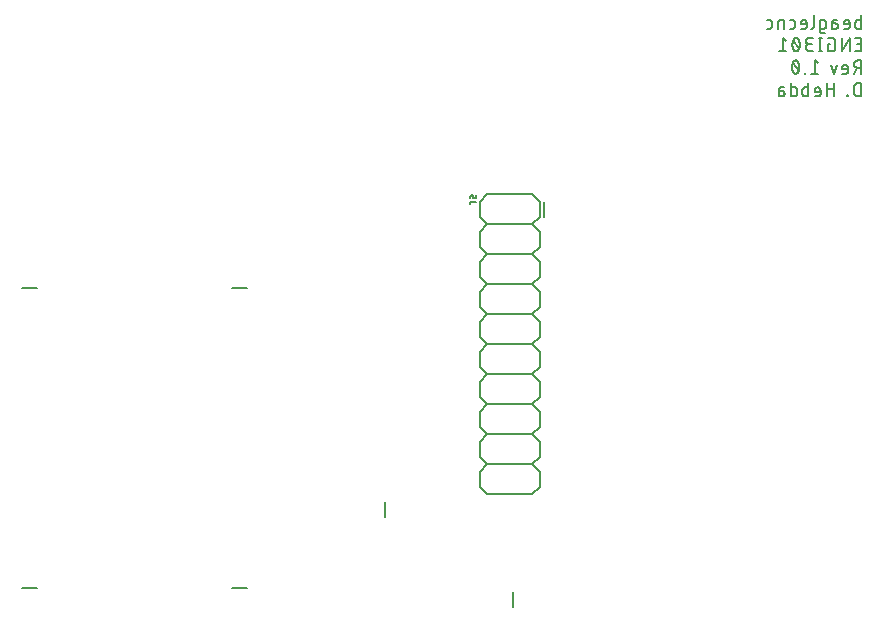
<source format=gbr>
G04 EAGLE Gerber RS-274X export*
G75*
%MOMM*%
%FSLAX34Y34*%
%LPD*%
%INSilkscreen Bottom*%
%IPPOS*%
%AMOC8*
5,1,8,0,0,1.08239X$1,22.5*%
G01*
%ADD10C,0.152400*%
%ADD11C,0.203200*%
%ADD12C,0.127000*%


D10*
X800721Y515112D02*
X805688Y515112D01*
X805688Y526288D01*
X800721Y526288D01*
X801963Y521321D02*
X805688Y521321D01*
X795810Y526288D02*
X795810Y515112D01*
X789601Y515112D02*
X795810Y526288D01*
X789601Y526288D02*
X789601Y515112D01*
X779272Y521321D02*
X777409Y521321D01*
X777409Y515112D01*
X781135Y515112D01*
X781233Y515114D01*
X781330Y515120D01*
X781427Y515129D01*
X781524Y515143D01*
X781620Y515160D01*
X781715Y515181D01*
X781809Y515205D01*
X781903Y515234D01*
X781995Y515266D01*
X782086Y515301D01*
X782175Y515340D01*
X782263Y515383D01*
X782349Y515429D01*
X782433Y515478D01*
X782515Y515531D01*
X782595Y515586D01*
X782673Y515645D01*
X782748Y515707D01*
X782821Y515772D01*
X782891Y515840D01*
X782959Y515910D01*
X783024Y515983D01*
X783086Y516058D01*
X783145Y516136D01*
X783200Y516216D01*
X783253Y516298D01*
X783302Y516382D01*
X783348Y516468D01*
X783391Y516556D01*
X783430Y516645D01*
X783465Y516736D01*
X783497Y516828D01*
X783526Y516922D01*
X783550Y517016D01*
X783571Y517111D01*
X783588Y517207D01*
X783602Y517304D01*
X783611Y517401D01*
X783617Y517499D01*
X783619Y517596D01*
X783618Y517596D02*
X783618Y523804D01*
X783619Y523804D02*
X783617Y523902D01*
X783611Y523999D01*
X783602Y524096D01*
X783588Y524193D01*
X783571Y524289D01*
X783550Y524384D01*
X783526Y524478D01*
X783497Y524572D01*
X783465Y524664D01*
X783430Y524755D01*
X783391Y524844D01*
X783348Y524932D01*
X783302Y525018D01*
X783253Y525102D01*
X783200Y525184D01*
X783145Y525264D01*
X783086Y525342D01*
X783024Y525417D01*
X782959Y525490D01*
X782891Y525560D01*
X782821Y525628D01*
X782748Y525693D01*
X782673Y525755D01*
X782595Y525814D01*
X782515Y525869D01*
X782433Y525922D01*
X782349Y525971D01*
X782263Y526017D01*
X782175Y526060D01*
X782086Y526099D01*
X781995Y526134D01*
X781903Y526166D01*
X781809Y526195D01*
X781715Y526219D01*
X781620Y526240D01*
X781524Y526257D01*
X781427Y526271D01*
X781330Y526280D01*
X781233Y526286D01*
X781135Y526288D01*
X777409Y526288D01*
X770989Y526288D02*
X770989Y515112D01*
X772231Y515112D02*
X769747Y515112D01*
X769747Y526288D02*
X772231Y526288D01*
X764949Y515112D02*
X761845Y515112D01*
X761734Y515114D01*
X761624Y515120D01*
X761513Y515130D01*
X761403Y515144D01*
X761294Y515161D01*
X761185Y515183D01*
X761077Y515208D01*
X760971Y515238D01*
X760865Y515271D01*
X760760Y515308D01*
X760657Y515348D01*
X760556Y515393D01*
X760456Y515440D01*
X760357Y515492D01*
X760261Y515547D01*
X760167Y515605D01*
X760075Y515666D01*
X759985Y515731D01*
X759897Y515799D01*
X759812Y515870D01*
X759730Y515944D01*
X759650Y516021D01*
X759573Y516101D01*
X759499Y516183D01*
X759428Y516268D01*
X759360Y516356D01*
X759295Y516446D01*
X759234Y516538D01*
X759176Y516632D01*
X759121Y516728D01*
X759069Y516827D01*
X759022Y516927D01*
X758977Y517028D01*
X758937Y517131D01*
X758900Y517236D01*
X758867Y517342D01*
X758837Y517448D01*
X758812Y517556D01*
X758790Y517665D01*
X758773Y517774D01*
X758759Y517884D01*
X758749Y517995D01*
X758743Y518105D01*
X758741Y518216D01*
X758743Y518327D01*
X758749Y518437D01*
X758759Y518548D01*
X758773Y518658D01*
X758790Y518767D01*
X758812Y518876D01*
X758837Y518984D01*
X758867Y519090D01*
X758900Y519196D01*
X758937Y519301D01*
X758977Y519404D01*
X759022Y519505D01*
X759069Y519605D01*
X759121Y519704D01*
X759176Y519800D01*
X759234Y519894D01*
X759295Y519986D01*
X759360Y520076D01*
X759428Y520164D01*
X759499Y520249D01*
X759573Y520331D01*
X759650Y520411D01*
X759730Y520488D01*
X759812Y520562D01*
X759897Y520633D01*
X759985Y520701D01*
X760075Y520766D01*
X760167Y520827D01*
X760261Y520885D01*
X760357Y520940D01*
X760456Y520992D01*
X760556Y521039D01*
X760657Y521084D01*
X760760Y521124D01*
X760865Y521161D01*
X760971Y521194D01*
X761077Y521224D01*
X761185Y521249D01*
X761294Y521271D01*
X761403Y521288D01*
X761513Y521302D01*
X761624Y521312D01*
X761734Y521318D01*
X761845Y521320D01*
X761224Y526288D02*
X764949Y526288D01*
X761224Y526288D02*
X761125Y526286D01*
X761027Y526280D01*
X760928Y526270D01*
X760831Y526257D01*
X760733Y526239D01*
X760637Y526218D01*
X760541Y526192D01*
X760447Y526163D01*
X760354Y526131D01*
X760262Y526094D01*
X760172Y526054D01*
X760083Y526010D01*
X759996Y525963D01*
X759911Y525913D01*
X759829Y525859D01*
X759748Y525802D01*
X759670Y525742D01*
X759594Y525678D01*
X759521Y525612D01*
X759450Y525543D01*
X759382Y525471D01*
X759318Y525396D01*
X759256Y525319D01*
X759197Y525240D01*
X759142Y525158D01*
X759089Y525074D01*
X759041Y524989D01*
X758995Y524901D01*
X758953Y524811D01*
X758915Y524720D01*
X758881Y524628D01*
X758850Y524534D01*
X758823Y524439D01*
X758799Y524343D01*
X758780Y524246D01*
X758764Y524149D01*
X758752Y524051D01*
X758744Y523952D01*
X758740Y523853D01*
X758740Y523755D01*
X758744Y523656D01*
X758752Y523557D01*
X758764Y523459D01*
X758780Y523362D01*
X758799Y523265D01*
X758823Y523169D01*
X758850Y523074D01*
X758881Y522980D01*
X758915Y522888D01*
X758953Y522797D01*
X758995Y522707D01*
X759041Y522619D01*
X759089Y522534D01*
X759142Y522450D01*
X759197Y522368D01*
X759256Y522289D01*
X759318Y522212D01*
X759382Y522137D01*
X759450Y522065D01*
X759521Y521996D01*
X759594Y521930D01*
X759670Y521866D01*
X759748Y521806D01*
X759829Y521749D01*
X759911Y521695D01*
X759996Y521645D01*
X760083Y521598D01*
X760172Y521554D01*
X760262Y521514D01*
X760354Y521477D01*
X760447Y521445D01*
X760541Y521416D01*
X760637Y521390D01*
X760733Y521369D01*
X760831Y521351D01*
X760928Y521338D01*
X761027Y521328D01*
X761125Y521322D01*
X761224Y521320D01*
X761224Y521321D02*
X763708Y521321D01*
X753519Y520700D02*
X753516Y520920D01*
X753509Y521140D01*
X753495Y521359D01*
X753477Y521578D01*
X753453Y521797D01*
X753425Y522015D01*
X753391Y522232D01*
X753352Y522448D01*
X753307Y522664D01*
X753258Y522878D01*
X753203Y523091D01*
X753144Y523303D01*
X753079Y523513D01*
X753009Y523721D01*
X752935Y523928D01*
X752855Y524133D01*
X752771Y524336D01*
X752682Y524537D01*
X752588Y524736D01*
X752555Y524825D01*
X752519Y524913D01*
X752479Y524999D01*
X752436Y525084D01*
X752389Y525166D01*
X752338Y525247D01*
X752285Y525325D01*
X752228Y525401D01*
X752168Y525475D01*
X752105Y525546D01*
X752040Y525615D01*
X751971Y525681D01*
X751900Y525743D01*
X751826Y525803D01*
X751750Y525860D01*
X751672Y525914D01*
X751591Y525964D01*
X751509Y526011D01*
X751424Y526054D01*
X751338Y526094D01*
X751250Y526131D01*
X751161Y526163D01*
X751071Y526192D01*
X750979Y526218D01*
X750887Y526239D01*
X750793Y526257D01*
X750699Y526270D01*
X750605Y526280D01*
X750510Y526286D01*
X750415Y526288D01*
X750320Y526286D01*
X750225Y526280D01*
X750131Y526270D01*
X750037Y526257D01*
X749943Y526239D01*
X749851Y526218D01*
X749759Y526192D01*
X749669Y526163D01*
X749580Y526131D01*
X749492Y526094D01*
X749406Y526054D01*
X749321Y526011D01*
X749239Y525964D01*
X749158Y525914D01*
X749080Y525860D01*
X749004Y525803D01*
X748930Y525743D01*
X748859Y525681D01*
X748790Y525615D01*
X748725Y525546D01*
X748662Y525475D01*
X748602Y525401D01*
X748545Y525325D01*
X748492Y525247D01*
X748441Y525166D01*
X748394Y525084D01*
X748351Y524999D01*
X748311Y524913D01*
X748275Y524825D01*
X748242Y524736D01*
X748241Y524736D02*
X748147Y524537D01*
X748058Y524336D01*
X747974Y524133D01*
X747894Y523928D01*
X747820Y523721D01*
X747750Y523513D01*
X747685Y523303D01*
X747626Y523091D01*
X747571Y522878D01*
X747522Y522664D01*
X747477Y522448D01*
X747438Y522232D01*
X747404Y522015D01*
X747376Y521797D01*
X747352Y521578D01*
X747334Y521359D01*
X747320Y521140D01*
X747313Y520920D01*
X747310Y520700D01*
X753519Y520700D02*
X753516Y520480D01*
X753509Y520260D01*
X753495Y520041D01*
X753477Y519822D01*
X753453Y519603D01*
X753425Y519385D01*
X753391Y519168D01*
X753352Y518952D01*
X753307Y518736D01*
X753258Y518522D01*
X753203Y518309D01*
X753144Y518098D01*
X753079Y517887D01*
X753009Y517679D01*
X752935Y517472D01*
X752855Y517267D01*
X752771Y517064D01*
X752682Y516863D01*
X752588Y516664D01*
X752555Y516575D01*
X752519Y516487D01*
X752479Y516401D01*
X752436Y516316D01*
X752389Y516234D01*
X752338Y516153D01*
X752285Y516075D01*
X752228Y515999D01*
X752168Y515925D01*
X752105Y515854D01*
X752040Y515785D01*
X751971Y515719D01*
X751900Y515657D01*
X751826Y515597D01*
X751750Y515540D01*
X751672Y515486D01*
X751591Y515436D01*
X751509Y515389D01*
X751424Y515346D01*
X751338Y515306D01*
X751250Y515269D01*
X751161Y515237D01*
X751071Y515208D01*
X750979Y515182D01*
X750887Y515161D01*
X750793Y515143D01*
X750699Y515130D01*
X750605Y515120D01*
X750510Y515114D01*
X750415Y515112D01*
X748241Y516664D02*
X748147Y516863D01*
X748058Y517064D01*
X747974Y517267D01*
X747894Y517472D01*
X747820Y517679D01*
X747750Y517887D01*
X747685Y518097D01*
X747626Y518309D01*
X747571Y518522D01*
X747522Y518736D01*
X747477Y518952D01*
X747438Y519168D01*
X747404Y519385D01*
X747376Y519603D01*
X747352Y519822D01*
X747334Y520041D01*
X747320Y520260D01*
X747313Y520480D01*
X747310Y520700D01*
X748242Y516664D02*
X748275Y516575D01*
X748311Y516487D01*
X748351Y516401D01*
X748394Y516316D01*
X748441Y516234D01*
X748492Y516153D01*
X748545Y516075D01*
X748602Y515999D01*
X748662Y515925D01*
X748725Y515854D01*
X748790Y515785D01*
X748859Y515719D01*
X748930Y515657D01*
X749004Y515597D01*
X749080Y515540D01*
X749158Y515486D01*
X749239Y515436D01*
X749321Y515389D01*
X749406Y515346D01*
X749492Y515306D01*
X749580Y515269D01*
X749669Y515237D01*
X749759Y515208D01*
X749851Y515182D01*
X749943Y515161D01*
X750037Y515143D01*
X750131Y515130D01*
X750225Y515120D01*
X750320Y515114D01*
X750415Y515112D01*
X752898Y517596D02*
X747931Y523804D01*
X742089Y523804D02*
X738985Y526288D01*
X738985Y515112D01*
X742089Y515112D02*
X735880Y515112D01*
X805688Y534162D02*
X805688Y545338D01*
X805688Y534162D02*
X802584Y534162D01*
X802500Y534164D01*
X802417Y534169D01*
X802334Y534179D01*
X802251Y534192D01*
X802169Y534209D01*
X802088Y534229D01*
X802008Y534253D01*
X801929Y534281D01*
X801852Y534312D01*
X801776Y534346D01*
X801701Y534384D01*
X801628Y534426D01*
X801558Y534470D01*
X801489Y534518D01*
X801422Y534568D01*
X801358Y534622D01*
X801297Y534678D01*
X801237Y534738D01*
X801181Y534799D01*
X801127Y534863D01*
X801077Y534930D01*
X801029Y534999D01*
X800985Y535069D01*
X800943Y535142D01*
X800905Y535217D01*
X800871Y535293D01*
X800840Y535370D01*
X800812Y535449D01*
X800788Y535529D01*
X800768Y535610D01*
X800751Y535692D01*
X800738Y535775D01*
X800728Y535858D01*
X800723Y535941D01*
X800721Y536025D01*
X800721Y539750D01*
X800723Y539834D01*
X800729Y539917D01*
X800738Y540000D01*
X800751Y540083D01*
X800768Y540165D01*
X800788Y540246D01*
X800812Y540326D01*
X800840Y540405D01*
X800871Y540482D01*
X800905Y540558D01*
X800943Y540633D01*
X800985Y540706D01*
X801029Y540776D01*
X801077Y540845D01*
X801127Y540912D01*
X801181Y540976D01*
X801237Y541037D01*
X801297Y541097D01*
X801358Y541153D01*
X801422Y541207D01*
X801489Y541257D01*
X801558Y541305D01*
X801628Y541349D01*
X801701Y541391D01*
X801776Y541429D01*
X801852Y541463D01*
X801929Y541494D01*
X802008Y541522D01*
X802088Y541546D01*
X802169Y541566D01*
X802251Y541583D01*
X802334Y541596D01*
X802417Y541606D01*
X802500Y541611D01*
X802584Y541613D01*
X805688Y541613D01*
X793993Y534162D02*
X790889Y534162D01*
X793993Y534162D02*
X794077Y534164D01*
X794160Y534170D01*
X794243Y534179D01*
X794326Y534192D01*
X794408Y534209D01*
X794489Y534229D01*
X794569Y534253D01*
X794648Y534281D01*
X794725Y534312D01*
X794801Y534346D01*
X794876Y534384D01*
X794949Y534426D01*
X795019Y534470D01*
X795088Y534518D01*
X795155Y534568D01*
X795219Y534622D01*
X795280Y534678D01*
X795340Y534738D01*
X795396Y534799D01*
X795450Y534863D01*
X795500Y534930D01*
X795548Y534999D01*
X795592Y535069D01*
X795634Y535142D01*
X795672Y535217D01*
X795706Y535293D01*
X795737Y535370D01*
X795765Y535449D01*
X795789Y535529D01*
X795809Y535610D01*
X795826Y535692D01*
X795839Y535775D01*
X795849Y535858D01*
X795854Y535941D01*
X795856Y536025D01*
X795856Y539129D01*
X795854Y539228D01*
X795848Y539326D01*
X795838Y539425D01*
X795825Y539522D01*
X795807Y539620D01*
X795786Y539716D01*
X795760Y539812D01*
X795731Y539906D01*
X795699Y539999D01*
X795662Y540091D01*
X795622Y540181D01*
X795578Y540270D01*
X795531Y540357D01*
X795481Y540442D01*
X795427Y540524D01*
X795370Y540605D01*
X795310Y540683D01*
X795246Y540759D01*
X795180Y540832D01*
X795111Y540903D01*
X795039Y540971D01*
X794964Y541035D01*
X794887Y541097D01*
X794808Y541156D01*
X794726Y541211D01*
X794642Y541264D01*
X794557Y541312D01*
X794469Y541358D01*
X794379Y541400D01*
X794288Y541438D01*
X794196Y541472D01*
X794102Y541503D01*
X794007Y541530D01*
X793911Y541554D01*
X793814Y541573D01*
X793717Y541589D01*
X793619Y541601D01*
X793520Y541609D01*
X793421Y541613D01*
X793323Y541613D01*
X793224Y541609D01*
X793125Y541601D01*
X793027Y541589D01*
X792930Y541573D01*
X792833Y541554D01*
X792737Y541530D01*
X792642Y541503D01*
X792548Y541472D01*
X792456Y541438D01*
X792365Y541400D01*
X792275Y541358D01*
X792187Y541312D01*
X792102Y541264D01*
X792018Y541211D01*
X791936Y541156D01*
X791857Y541097D01*
X791780Y541035D01*
X791705Y540971D01*
X791633Y540903D01*
X791564Y540832D01*
X791498Y540759D01*
X791434Y540683D01*
X791374Y540605D01*
X791317Y540524D01*
X791263Y540442D01*
X791213Y540357D01*
X791166Y540270D01*
X791122Y540181D01*
X791082Y540091D01*
X791045Y539999D01*
X791013Y539906D01*
X790984Y539812D01*
X790958Y539716D01*
X790937Y539620D01*
X790919Y539522D01*
X790906Y539425D01*
X790896Y539326D01*
X790890Y539228D01*
X790888Y539129D01*
X790889Y539129D02*
X790889Y537887D01*
X795856Y537887D01*
X783850Y538508D02*
X781056Y538508D01*
X783850Y538508D02*
X783942Y538506D01*
X784034Y538500D01*
X784126Y538490D01*
X784217Y538477D01*
X784308Y538459D01*
X784398Y538438D01*
X784486Y538413D01*
X784574Y538384D01*
X784660Y538351D01*
X784745Y538315D01*
X784828Y538275D01*
X784910Y538232D01*
X784989Y538185D01*
X785067Y538135D01*
X785142Y538082D01*
X785215Y538026D01*
X785286Y537966D01*
X785354Y537904D01*
X785419Y537839D01*
X785481Y537771D01*
X785541Y537700D01*
X785597Y537627D01*
X785650Y537552D01*
X785700Y537474D01*
X785747Y537395D01*
X785790Y537313D01*
X785830Y537230D01*
X785866Y537145D01*
X785899Y537059D01*
X785928Y536971D01*
X785953Y536883D01*
X785974Y536793D01*
X785992Y536702D01*
X786005Y536611D01*
X786015Y536519D01*
X786021Y536427D01*
X786023Y536335D01*
X786021Y536243D01*
X786015Y536151D01*
X786005Y536059D01*
X785992Y535968D01*
X785974Y535877D01*
X785953Y535787D01*
X785928Y535699D01*
X785899Y535611D01*
X785866Y535525D01*
X785830Y535440D01*
X785790Y535357D01*
X785747Y535275D01*
X785700Y535196D01*
X785650Y535118D01*
X785597Y535043D01*
X785541Y534970D01*
X785481Y534899D01*
X785419Y534831D01*
X785354Y534766D01*
X785286Y534704D01*
X785215Y534644D01*
X785142Y534588D01*
X785067Y534535D01*
X784989Y534485D01*
X784910Y534438D01*
X784828Y534395D01*
X784745Y534355D01*
X784660Y534319D01*
X784574Y534286D01*
X784486Y534257D01*
X784398Y534232D01*
X784308Y534211D01*
X784217Y534193D01*
X784126Y534180D01*
X784034Y534170D01*
X783942Y534164D01*
X783850Y534162D01*
X781056Y534162D01*
X781056Y539750D01*
X781058Y539834D01*
X781064Y539917D01*
X781073Y540000D01*
X781086Y540083D01*
X781103Y540165D01*
X781123Y540246D01*
X781147Y540326D01*
X781175Y540405D01*
X781206Y540482D01*
X781240Y540558D01*
X781278Y540633D01*
X781320Y540706D01*
X781364Y540776D01*
X781412Y540845D01*
X781462Y540912D01*
X781516Y540976D01*
X781572Y541037D01*
X781632Y541097D01*
X781693Y541153D01*
X781757Y541207D01*
X781824Y541257D01*
X781893Y541305D01*
X781963Y541349D01*
X782036Y541391D01*
X782111Y541429D01*
X782187Y541463D01*
X782264Y541494D01*
X782343Y541522D01*
X782423Y541546D01*
X782504Y541566D01*
X782586Y541583D01*
X782669Y541596D01*
X782752Y541606D01*
X782835Y541611D01*
X782919Y541613D01*
X785402Y541613D01*
X773874Y534162D02*
X770769Y534162D01*
X773874Y534162D02*
X773958Y534164D01*
X774041Y534170D01*
X774124Y534179D01*
X774207Y534192D01*
X774289Y534209D01*
X774370Y534229D01*
X774450Y534253D01*
X774529Y534281D01*
X774606Y534312D01*
X774682Y534346D01*
X774757Y534384D01*
X774830Y534426D01*
X774900Y534470D01*
X774969Y534518D01*
X775036Y534568D01*
X775100Y534622D01*
X775161Y534678D01*
X775221Y534738D01*
X775277Y534799D01*
X775331Y534863D01*
X775381Y534930D01*
X775429Y534999D01*
X775473Y535069D01*
X775515Y535142D01*
X775553Y535217D01*
X775587Y535293D01*
X775618Y535370D01*
X775646Y535449D01*
X775670Y535529D01*
X775690Y535610D01*
X775707Y535692D01*
X775720Y535775D01*
X775730Y535858D01*
X775735Y535941D01*
X775737Y536025D01*
X775736Y536025D02*
X775736Y539750D01*
X775737Y539750D02*
X775735Y539834D01*
X775730Y539917D01*
X775720Y540000D01*
X775707Y540083D01*
X775690Y540165D01*
X775670Y540246D01*
X775646Y540326D01*
X775618Y540405D01*
X775587Y540482D01*
X775553Y540558D01*
X775515Y540633D01*
X775473Y540706D01*
X775429Y540776D01*
X775381Y540845D01*
X775331Y540912D01*
X775277Y540976D01*
X775221Y541037D01*
X775161Y541097D01*
X775100Y541153D01*
X775036Y541207D01*
X774969Y541257D01*
X774900Y541305D01*
X774830Y541349D01*
X774757Y541391D01*
X774682Y541429D01*
X774606Y541463D01*
X774529Y541494D01*
X774450Y541522D01*
X774370Y541546D01*
X774289Y541566D01*
X774207Y541583D01*
X774124Y541596D01*
X774041Y541606D01*
X773958Y541611D01*
X773874Y541613D01*
X770769Y541613D01*
X770769Y532299D01*
X770771Y532215D01*
X770776Y532132D01*
X770786Y532049D01*
X770799Y531966D01*
X770816Y531884D01*
X770836Y531803D01*
X770860Y531723D01*
X770888Y531644D01*
X770919Y531567D01*
X770953Y531491D01*
X770991Y531416D01*
X771033Y531343D01*
X771077Y531273D01*
X771125Y531204D01*
X771175Y531137D01*
X771229Y531073D01*
X771285Y531012D01*
X771345Y530952D01*
X771406Y530896D01*
X771470Y530842D01*
X771537Y530792D01*
X771606Y530744D01*
X771676Y530700D01*
X771749Y530658D01*
X771824Y530620D01*
X771900Y530586D01*
X771977Y530555D01*
X772056Y530527D01*
X772136Y530503D01*
X772217Y530483D01*
X772299Y530466D01*
X772382Y530453D01*
X772465Y530443D01*
X772548Y530438D01*
X772632Y530436D01*
X772632Y530437D02*
X775115Y530437D01*
X765284Y536025D02*
X765284Y545338D01*
X765284Y536025D02*
X765282Y535939D01*
X765276Y535853D01*
X765266Y535768D01*
X765252Y535683D01*
X765235Y535598D01*
X765213Y535515D01*
X765187Y535433D01*
X765158Y535352D01*
X765125Y535273D01*
X765089Y535195D01*
X765049Y535118D01*
X765005Y535044D01*
X764958Y534972D01*
X764908Y534902D01*
X764854Y534835D01*
X764798Y534770D01*
X764738Y534708D01*
X764676Y534648D01*
X764611Y534592D01*
X764544Y534538D01*
X764474Y534488D01*
X764402Y534441D01*
X764328Y534397D01*
X764251Y534357D01*
X764174Y534321D01*
X764094Y534288D01*
X764013Y534259D01*
X763931Y534233D01*
X763848Y534211D01*
X763763Y534194D01*
X763678Y534180D01*
X763593Y534170D01*
X763507Y534164D01*
X763421Y534162D01*
X757417Y534162D02*
X754313Y534162D01*
X757417Y534162D02*
X757501Y534164D01*
X757584Y534170D01*
X757667Y534179D01*
X757750Y534192D01*
X757832Y534209D01*
X757913Y534229D01*
X757993Y534253D01*
X758072Y534281D01*
X758149Y534312D01*
X758225Y534346D01*
X758300Y534384D01*
X758373Y534426D01*
X758443Y534470D01*
X758512Y534518D01*
X758579Y534568D01*
X758643Y534622D01*
X758704Y534678D01*
X758764Y534738D01*
X758820Y534799D01*
X758874Y534863D01*
X758924Y534930D01*
X758972Y534999D01*
X759016Y535069D01*
X759058Y535142D01*
X759096Y535217D01*
X759130Y535293D01*
X759161Y535370D01*
X759189Y535449D01*
X759213Y535529D01*
X759233Y535610D01*
X759250Y535692D01*
X759263Y535775D01*
X759273Y535858D01*
X759278Y535941D01*
X759280Y536025D01*
X759280Y539129D01*
X759278Y539228D01*
X759272Y539326D01*
X759262Y539425D01*
X759249Y539522D01*
X759231Y539620D01*
X759210Y539716D01*
X759184Y539812D01*
X759155Y539906D01*
X759123Y539999D01*
X759086Y540091D01*
X759046Y540181D01*
X759002Y540270D01*
X758955Y540357D01*
X758905Y540442D01*
X758851Y540524D01*
X758794Y540605D01*
X758734Y540683D01*
X758670Y540759D01*
X758604Y540832D01*
X758535Y540903D01*
X758463Y540971D01*
X758388Y541035D01*
X758311Y541097D01*
X758232Y541156D01*
X758150Y541211D01*
X758066Y541264D01*
X757981Y541312D01*
X757893Y541358D01*
X757803Y541400D01*
X757712Y541438D01*
X757620Y541472D01*
X757526Y541503D01*
X757431Y541530D01*
X757335Y541554D01*
X757238Y541573D01*
X757141Y541589D01*
X757043Y541601D01*
X756944Y541609D01*
X756845Y541613D01*
X756747Y541613D01*
X756648Y541609D01*
X756549Y541601D01*
X756451Y541589D01*
X756354Y541573D01*
X756257Y541554D01*
X756161Y541530D01*
X756066Y541503D01*
X755972Y541472D01*
X755880Y541438D01*
X755789Y541400D01*
X755699Y541358D01*
X755611Y541312D01*
X755526Y541264D01*
X755442Y541211D01*
X755360Y541156D01*
X755281Y541097D01*
X755204Y541035D01*
X755129Y540971D01*
X755057Y540903D01*
X754988Y540832D01*
X754922Y540759D01*
X754858Y540683D01*
X754798Y540605D01*
X754741Y540524D01*
X754687Y540442D01*
X754637Y540357D01*
X754590Y540270D01*
X754546Y540181D01*
X754506Y540091D01*
X754469Y539999D01*
X754437Y539906D01*
X754408Y539812D01*
X754382Y539716D01*
X754361Y539620D01*
X754343Y539522D01*
X754330Y539425D01*
X754320Y539326D01*
X754314Y539228D01*
X754312Y539129D01*
X754313Y539129D02*
X754313Y537887D01*
X759280Y537887D01*
X747495Y534162D02*
X745011Y534162D01*
X747495Y534162D02*
X747579Y534164D01*
X747662Y534170D01*
X747745Y534179D01*
X747828Y534192D01*
X747910Y534209D01*
X747991Y534229D01*
X748071Y534253D01*
X748150Y534281D01*
X748227Y534312D01*
X748303Y534346D01*
X748378Y534384D01*
X748451Y534426D01*
X748521Y534470D01*
X748590Y534518D01*
X748657Y534568D01*
X748721Y534622D01*
X748782Y534678D01*
X748842Y534738D01*
X748898Y534799D01*
X748952Y534863D01*
X749002Y534930D01*
X749050Y534999D01*
X749094Y535069D01*
X749136Y535142D01*
X749174Y535217D01*
X749208Y535293D01*
X749239Y535370D01*
X749267Y535449D01*
X749291Y535529D01*
X749311Y535610D01*
X749328Y535692D01*
X749341Y535775D01*
X749351Y535858D01*
X749356Y535941D01*
X749358Y536025D01*
X749357Y536025D02*
X749357Y539750D01*
X749358Y539750D02*
X749356Y539834D01*
X749351Y539917D01*
X749341Y540000D01*
X749328Y540083D01*
X749311Y540165D01*
X749291Y540246D01*
X749267Y540326D01*
X749239Y540405D01*
X749208Y540482D01*
X749174Y540558D01*
X749136Y540633D01*
X749094Y540706D01*
X749050Y540776D01*
X749002Y540845D01*
X748952Y540912D01*
X748898Y540976D01*
X748842Y541037D01*
X748782Y541097D01*
X748721Y541153D01*
X748657Y541207D01*
X748590Y541257D01*
X748521Y541305D01*
X748451Y541349D01*
X748378Y541391D01*
X748303Y541429D01*
X748227Y541463D01*
X748150Y541494D01*
X748071Y541522D01*
X747991Y541546D01*
X747910Y541566D01*
X747828Y541583D01*
X747745Y541596D01*
X747662Y541606D01*
X747579Y541611D01*
X747495Y541613D01*
X745011Y541613D01*
X740230Y541613D02*
X740230Y534162D01*
X740230Y541613D02*
X737125Y541613D01*
X737039Y541611D01*
X736953Y541605D01*
X736868Y541595D01*
X736783Y541581D01*
X736698Y541564D01*
X736615Y541542D01*
X736533Y541516D01*
X736452Y541487D01*
X736373Y541454D01*
X736295Y541418D01*
X736218Y541378D01*
X736144Y541334D01*
X736072Y541287D01*
X736002Y541237D01*
X735935Y541183D01*
X735870Y541127D01*
X735808Y541067D01*
X735748Y541005D01*
X735692Y540940D01*
X735638Y540873D01*
X735588Y540803D01*
X735541Y540731D01*
X735497Y540657D01*
X735457Y540580D01*
X735421Y540503D01*
X735388Y540423D01*
X735359Y540342D01*
X735333Y540260D01*
X735311Y540177D01*
X735294Y540092D01*
X735280Y540007D01*
X735270Y539922D01*
X735264Y539836D01*
X735262Y539750D01*
X735263Y539750D02*
X735263Y534162D01*
X728064Y534162D02*
X725580Y534162D01*
X728064Y534162D02*
X728148Y534164D01*
X728231Y534170D01*
X728314Y534179D01*
X728397Y534192D01*
X728479Y534209D01*
X728560Y534229D01*
X728640Y534253D01*
X728719Y534281D01*
X728796Y534312D01*
X728872Y534346D01*
X728947Y534384D01*
X729020Y534426D01*
X729090Y534470D01*
X729159Y534518D01*
X729226Y534568D01*
X729290Y534622D01*
X729351Y534678D01*
X729411Y534738D01*
X729467Y534799D01*
X729521Y534863D01*
X729571Y534930D01*
X729619Y534999D01*
X729663Y535069D01*
X729705Y535142D01*
X729743Y535217D01*
X729777Y535293D01*
X729808Y535370D01*
X729836Y535449D01*
X729860Y535529D01*
X729880Y535610D01*
X729897Y535692D01*
X729910Y535775D01*
X729920Y535858D01*
X729925Y535941D01*
X729927Y536025D01*
X729926Y536025D02*
X729926Y539750D01*
X729927Y539750D02*
X729925Y539834D01*
X729920Y539917D01*
X729910Y540000D01*
X729897Y540083D01*
X729880Y540165D01*
X729860Y540246D01*
X729836Y540326D01*
X729808Y540405D01*
X729777Y540482D01*
X729743Y540558D01*
X729705Y540633D01*
X729663Y540706D01*
X729619Y540776D01*
X729571Y540845D01*
X729521Y540912D01*
X729467Y540976D01*
X729411Y541037D01*
X729351Y541097D01*
X729290Y541153D01*
X729226Y541207D01*
X729159Y541257D01*
X729090Y541305D01*
X729020Y541349D01*
X728947Y541391D01*
X728872Y541429D01*
X728796Y541463D01*
X728719Y541494D01*
X728640Y541522D01*
X728560Y541546D01*
X728479Y541566D01*
X728397Y541583D01*
X728314Y541596D01*
X728231Y541606D01*
X728148Y541611D01*
X728064Y541613D01*
X725580Y541613D01*
X805688Y488188D02*
X805688Y477012D01*
X805688Y488188D02*
X802584Y488188D01*
X802473Y488186D01*
X802363Y488180D01*
X802252Y488170D01*
X802142Y488156D01*
X802033Y488139D01*
X801924Y488117D01*
X801816Y488092D01*
X801710Y488062D01*
X801604Y488029D01*
X801499Y487992D01*
X801396Y487952D01*
X801295Y487907D01*
X801195Y487860D01*
X801096Y487808D01*
X801000Y487753D01*
X800906Y487695D01*
X800814Y487634D01*
X800724Y487569D01*
X800636Y487501D01*
X800551Y487430D01*
X800469Y487356D01*
X800389Y487279D01*
X800312Y487199D01*
X800238Y487117D01*
X800167Y487032D01*
X800099Y486944D01*
X800034Y486854D01*
X799973Y486762D01*
X799915Y486668D01*
X799860Y486572D01*
X799808Y486473D01*
X799761Y486373D01*
X799716Y486272D01*
X799676Y486169D01*
X799639Y486064D01*
X799606Y485958D01*
X799576Y485852D01*
X799551Y485744D01*
X799529Y485635D01*
X799512Y485526D01*
X799498Y485416D01*
X799488Y485305D01*
X799482Y485195D01*
X799480Y485084D01*
X799479Y485084D02*
X799479Y480116D01*
X799480Y480116D02*
X799482Y480005D01*
X799488Y479895D01*
X799498Y479784D01*
X799512Y479674D01*
X799529Y479565D01*
X799551Y479456D01*
X799576Y479348D01*
X799606Y479242D01*
X799639Y479136D01*
X799676Y479031D01*
X799716Y478928D01*
X799761Y478827D01*
X799808Y478727D01*
X799860Y478628D01*
X799915Y478532D01*
X799973Y478438D01*
X800034Y478346D01*
X800099Y478256D01*
X800167Y478168D01*
X800238Y478083D01*
X800312Y478001D01*
X800389Y477921D01*
X800469Y477844D01*
X800551Y477770D01*
X800636Y477699D01*
X800724Y477631D01*
X800814Y477566D01*
X800906Y477505D01*
X801000Y477447D01*
X801096Y477392D01*
X801195Y477340D01*
X801295Y477293D01*
X801396Y477248D01*
X801499Y477208D01*
X801604Y477171D01*
X801710Y477138D01*
X801816Y477108D01*
X801924Y477083D01*
X802033Y477061D01*
X802142Y477044D01*
X802252Y477030D01*
X802363Y477020D01*
X802473Y477014D01*
X802584Y477012D01*
X805688Y477012D01*
X794512Y477012D02*
X794512Y477633D01*
X793891Y477633D01*
X793891Y477012D01*
X794512Y477012D01*
X782828Y477012D02*
X782828Y488188D01*
X782828Y483221D02*
X776619Y483221D01*
X776619Y488188D02*
X776619Y477012D01*
X769296Y477012D02*
X766191Y477012D01*
X769296Y477012D02*
X769380Y477014D01*
X769463Y477020D01*
X769546Y477029D01*
X769629Y477042D01*
X769711Y477059D01*
X769792Y477079D01*
X769872Y477103D01*
X769951Y477131D01*
X770028Y477162D01*
X770104Y477196D01*
X770179Y477234D01*
X770252Y477276D01*
X770322Y477320D01*
X770391Y477368D01*
X770458Y477418D01*
X770522Y477472D01*
X770583Y477528D01*
X770643Y477588D01*
X770699Y477649D01*
X770753Y477713D01*
X770803Y477780D01*
X770851Y477849D01*
X770895Y477919D01*
X770937Y477992D01*
X770975Y478067D01*
X771009Y478143D01*
X771040Y478220D01*
X771068Y478299D01*
X771092Y478379D01*
X771112Y478460D01*
X771129Y478542D01*
X771142Y478625D01*
X771152Y478708D01*
X771157Y478791D01*
X771159Y478875D01*
X771158Y478875D02*
X771158Y481979D01*
X771159Y481979D02*
X771157Y482078D01*
X771151Y482176D01*
X771141Y482275D01*
X771128Y482372D01*
X771110Y482470D01*
X771089Y482566D01*
X771063Y482662D01*
X771034Y482756D01*
X771002Y482849D01*
X770965Y482941D01*
X770925Y483031D01*
X770881Y483120D01*
X770834Y483207D01*
X770784Y483292D01*
X770730Y483374D01*
X770673Y483455D01*
X770613Y483533D01*
X770549Y483609D01*
X770483Y483682D01*
X770414Y483753D01*
X770342Y483821D01*
X770267Y483885D01*
X770190Y483947D01*
X770111Y484006D01*
X770029Y484061D01*
X769945Y484114D01*
X769860Y484162D01*
X769772Y484208D01*
X769682Y484250D01*
X769591Y484288D01*
X769499Y484322D01*
X769405Y484353D01*
X769310Y484380D01*
X769214Y484404D01*
X769117Y484423D01*
X769020Y484439D01*
X768922Y484451D01*
X768823Y484459D01*
X768724Y484463D01*
X768626Y484463D01*
X768527Y484459D01*
X768428Y484451D01*
X768330Y484439D01*
X768233Y484423D01*
X768136Y484404D01*
X768040Y484380D01*
X767945Y484353D01*
X767851Y484322D01*
X767759Y484288D01*
X767668Y484250D01*
X767578Y484208D01*
X767490Y484162D01*
X767405Y484114D01*
X767321Y484061D01*
X767239Y484006D01*
X767160Y483947D01*
X767083Y483885D01*
X767008Y483821D01*
X766936Y483753D01*
X766867Y483682D01*
X766801Y483609D01*
X766737Y483533D01*
X766677Y483455D01*
X766620Y483374D01*
X766566Y483292D01*
X766516Y483207D01*
X766469Y483120D01*
X766425Y483031D01*
X766385Y482941D01*
X766348Y482849D01*
X766316Y482756D01*
X766287Y482662D01*
X766261Y482566D01*
X766240Y482470D01*
X766222Y482372D01*
X766209Y482275D01*
X766199Y482176D01*
X766193Y482078D01*
X766191Y481979D01*
X766191Y480737D01*
X771158Y480737D01*
X760798Y477012D02*
X760798Y488188D01*
X760798Y477012D02*
X757693Y477012D01*
X757609Y477014D01*
X757526Y477019D01*
X757443Y477029D01*
X757360Y477042D01*
X757278Y477059D01*
X757197Y477079D01*
X757117Y477103D01*
X757038Y477131D01*
X756961Y477162D01*
X756885Y477196D01*
X756810Y477234D01*
X756737Y477276D01*
X756667Y477320D01*
X756598Y477368D01*
X756531Y477418D01*
X756467Y477472D01*
X756406Y477528D01*
X756346Y477588D01*
X756290Y477649D01*
X756236Y477713D01*
X756186Y477780D01*
X756138Y477849D01*
X756094Y477919D01*
X756052Y477992D01*
X756014Y478067D01*
X755980Y478143D01*
X755949Y478220D01*
X755921Y478299D01*
X755897Y478379D01*
X755877Y478460D01*
X755860Y478542D01*
X755847Y478625D01*
X755837Y478708D01*
X755832Y478791D01*
X755830Y478875D01*
X755830Y482600D01*
X755832Y482684D01*
X755838Y482767D01*
X755847Y482850D01*
X755860Y482933D01*
X755877Y483015D01*
X755897Y483096D01*
X755921Y483176D01*
X755949Y483255D01*
X755980Y483332D01*
X756014Y483408D01*
X756052Y483483D01*
X756094Y483556D01*
X756138Y483626D01*
X756186Y483695D01*
X756236Y483762D01*
X756290Y483826D01*
X756346Y483887D01*
X756406Y483947D01*
X756467Y484003D01*
X756531Y484057D01*
X756598Y484107D01*
X756667Y484155D01*
X756737Y484199D01*
X756810Y484241D01*
X756885Y484279D01*
X756961Y484313D01*
X757038Y484344D01*
X757117Y484372D01*
X757197Y484396D01*
X757278Y484416D01*
X757360Y484433D01*
X757443Y484446D01*
X757526Y484456D01*
X757609Y484461D01*
X757693Y484463D01*
X760798Y484463D01*
X746072Y488188D02*
X746072Y477012D01*
X749176Y477012D01*
X749260Y477014D01*
X749343Y477020D01*
X749426Y477029D01*
X749509Y477042D01*
X749591Y477059D01*
X749672Y477079D01*
X749752Y477103D01*
X749831Y477131D01*
X749908Y477162D01*
X749984Y477196D01*
X750059Y477234D01*
X750132Y477276D01*
X750202Y477320D01*
X750271Y477368D01*
X750338Y477418D01*
X750402Y477472D01*
X750463Y477528D01*
X750523Y477588D01*
X750579Y477649D01*
X750633Y477713D01*
X750683Y477780D01*
X750731Y477849D01*
X750775Y477919D01*
X750817Y477992D01*
X750855Y478067D01*
X750889Y478143D01*
X750920Y478220D01*
X750948Y478299D01*
X750972Y478379D01*
X750992Y478460D01*
X751009Y478542D01*
X751022Y478625D01*
X751032Y478708D01*
X751037Y478791D01*
X751039Y478875D01*
X751039Y482600D01*
X751037Y482684D01*
X751032Y482767D01*
X751022Y482850D01*
X751009Y482933D01*
X750992Y483015D01*
X750972Y483096D01*
X750948Y483176D01*
X750920Y483255D01*
X750889Y483332D01*
X750855Y483408D01*
X750817Y483483D01*
X750775Y483556D01*
X750731Y483626D01*
X750683Y483695D01*
X750633Y483762D01*
X750579Y483826D01*
X750523Y483887D01*
X750463Y483947D01*
X750402Y484003D01*
X750338Y484057D01*
X750271Y484107D01*
X750202Y484155D01*
X750132Y484199D01*
X750059Y484241D01*
X749984Y484279D01*
X749908Y484313D01*
X749831Y484344D01*
X749752Y484372D01*
X749672Y484396D01*
X749591Y484416D01*
X749509Y484433D01*
X749426Y484446D01*
X749343Y484456D01*
X749260Y484461D01*
X749176Y484463D01*
X746072Y484463D01*
X738579Y481358D02*
X735785Y481358D01*
X738579Y481358D02*
X738671Y481356D01*
X738763Y481350D01*
X738855Y481340D01*
X738946Y481327D01*
X739037Y481309D01*
X739127Y481288D01*
X739215Y481263D01*
X739303Y481234D01*
X739389Y481201D01*
X739474Y481165D01*
X739557Y481125D01*
X739639Y481082D01*
X739718Y481035D01*
X739796Y480985D01*
X739871Y480932D01*
X739944Y480876D01*
X740015Y480816D01*
X740083Y480754D01*
X740148Y480689D01*
X740210Y480621D01*
X740270Y480550D01*
X740326Y480477D01*
X740379Y480402D01*
X740429Y480324D01*
X740476Y480245D01*
X740519Y480163D01*
X740559Y480080D01*
X740595Y479995D01*
X740628Y479909D01*
X740657Y479821D01*
X740682Y479733D01*
X740703Y479643D01*
X740721Y479552D01*
X740734Y479461D01*
X740744Y479369D01*
X740750Y479277D01*
X740752Y479185D01*
X740750Y479093D01*
X740744Y479001D01*
X740734Y478909D01*
X740721Y478818D01*
X740703Y478727D01*
X740682Y478637D01*
X740657Y478549D01*
X740628Y478461D01*
X740595Y478375D01*
X740559Y478290D01*
X740519Y478207D01*
X740476Y478125D01*
X740429Y478046D01*
X740379Y477968D01*
X740326Y477893D01*
X740270Y477820D01*
X740210Y477749D01*
X740148Y477681D01*
X740083Y477616D01*
X740015Y477554D01*
X739944Y477494D01*
X739871Y477438D01*
X739796Y477385D01*
X739718Y477335D01*
X739639Y477288D01*
X739557Y477245D01*
X739474Y477205D01*
X739389Y477169D01*
X739303Y477136D01*
X739215Y477107D01*
X739127Y477082D01*
X739037Y477061D01*
X738946Y477043D01*
X738855Y477030D01*
X738763Y477020D01*
X738671Y477014D01*
X738579Y477012D01*
X735785Y477012D01*
X735785Y482600D01*
X735784Y482600D02*
X735786Y482684D01*
X735792Y482767D01*
X735801Y482850D01*
X735814Y482933D01*
X735831Y483015D01*
X735851Y483096D01*
X735875Y483176D01*
X735903Y483255D01*
X735934Y483332D01*
X735968Y483408D01*
X736006Y483483D01*
X736048Y483556D01*
X736092Y483626D01*
X736140Y483695D01*
X736190Y483762D01*
X736244Y483826D01*
X736300Y483887D01*
X736360Y483947D01*
X736421Y484003D01*
X736485Y484057D01*
X736552Y484107D01*
X736621Y484155D01*
X736691Y484199D01*
X736764Y484241D01*
X736839Y484279D01*
X736915Y484313D01*
X736992Y484344D01*
X737071Y484372D01*
X737151Y484396D01*
X737232Y484416D01*
X737314Y484433D01*
X737397Y484446D01*
X737480Y484456D01*
X737563Y484461D01*
X737647Y484463D01*
X740131Y484463D01*
X805688Y496062D02*
X805688Y507238D01*
X802584Y507238D01*
X802473Y507236D01*
X802363Y507230D01*
X802252Y507220D01*
X802142Y507206D01*
X802033Y507189D01*
X801924Y507167D01*
X801816Y507142D01*
X801710Y507112D01*
X801604Y507079D01*
X801499Y507042D01*
X801396Y507002D01*
X801295Y506957D01*
X801195Y506910D01*
X801096Y506858D01*
X801000Y506803D01*
X800906Y506745D01*
X800814Y506684D01*
X800724Y506619D01*
X800636Y506551D01*
X800551Y506480D01*
X800469Y506406D01*
X800389Y506329D01*
X800312Y506249D01*
X800238Y506167D01*
X800167Y506082D01*
X800099Y505994D01*
X800034Y505904D01*
X799973Y505812D01*
X799915Y505718D01*
X799860Y505622D01*
X799808Y505523D01*
X799761Y505423D01*
X799716Y505322D01*
X799676Y505219D01*
X799639Y505114D01*
X799606Y505008D01*
X799576Y504902D01*
X799551Y504794D01*
X799529Y504685D01*
X799512Y504576D01*
X799498Y504466D01*
X799488Y504355D01*
X799482Y504245D01*
X799480Y504134D01*
X799482Y504023D01*
X799488Y503913D01*
X799498Y503802D01*
X799512Y503692D01*
X799529Y503583D01*
X799551Y503474D01*
X799576Y503366D01*
X799606Y503260D01*
X799639Y503154D01*
X799676Y503049D01*
X799716Y502946D01*
X799761Y502845D01*
X799808Y502745D01*
X799860Y502646D01*
X799915Y502550D01*
X799973Y502456D01*
X800034Y502364D01*
X800099Y502274D01*
X800167Y502186D01*
X800238Y502101D01*
X800312Y502019D01*
X800389Y501939D01*
X800469Y501862D01*
X800551Y501788D01*
X800636Y501717D01*
X800724Y501649D01*
X800814Y501584D01*
X800906Y501523D01*
X801000Y501465D01*
X801096Y501410D01*
X801195Y501358D01*
X801295Y501311D01*
X801396Y501266D01*
X801499Y501226D01*
X801604Y501189D01*
X801710Y501156D01*
X801816Y501126D01*
X801924Y501101D01*
X802033Y501079D01*
X802142Y501062D01*
X802252Y501048D01*
X802363Y501038D01*
X802473Y501032D01*
X802584Y501030D01*
X802584Y501029D02*
X805688Y501029D01*
X801963Y501029D02*
X799479Y496062D01*
X792629Y496062D02*
X789524Y496062D01*
X792629Y496062D02*
X792713Y496064D01*
X792796Y496070D01*
X792879Y496079D01*
X792962Y496092D01*
X793044Y496109D01*
X793125Y496129D01*
X793205Y496153D01*
X793284Y496181D01*
X793361Y496212D01*
X793437Y496246D01*
X793512Y496284D01*
X793585Y496326D01*
X793655Y496370D01*
X793724Y496418D01*
X793791Y496468D01*
X793855Y496522D01*
X793916Y496578D01*
X793976Y496638D01*
X794032Y496699D01*
X794086Y496763D01*
X794136Y496830D01*
X794184Y496899D01*
X794228Y496969D01*
X794270Y497042D01*
X794308Y497117D01*
X794342Y497193D01*
X794373Y497270D01*
X794401Y497349D01*
X794425Y497429D01*
X794445Y497510D01*
X794462Y497592D01*
X794475Y497675D01*
X794485Y497758D01*
X794490Y497841D01*
X794492Y497925D01*
X794491Y497925D02*
X794491Y501029D01*
X794492Y501029D02*
X794490Y501128D01*
X794484Y501226D01*
X794474Y501325D01*
X794461Y501422D01*
X794443Y501520D01*
X794422Y501616D01*
X794396Y501712D01*
X794367Y501806D01*
X794335Y501899D01*
X794298Y501991D01*
X794258Y502081D01*
X794214Y502170D01*
X794167Y502257D01*
X794117Y502342D01*
X794063Y502424D01*
X794006Y502505D01*
X793946Y502583D01*
X793882Y502659D01*
X793816Y502732D01*
X793747Y502803D01*
X793675Y502871D01*
X793600Y502935D01*
X793523Y502997D01*
X793444Y503056D01*
X793362Y503111D01*
X793278Y503164D01*
X793193Y503212D01*
X793105Y503258D01*
X793015Y503300D01*
X792924Y503338D01*
X792832Y503372D01*
X792738Y503403D01*
X792643Y503430D01*
X792547Y503454D01*
X792450Y503473D01*
X792353Y503489D01*
X792255Y503501D01*
X792156Y503509D01*
X792057Y503513D01*
X791959Y503513D01*
X791860Y503509D01*
X791761Y503501D01*
X791663Y503489D01*
X791566Y503473D01*
X791469Y503454D01*
X791373Y503430D01*
X791278Y503403D01*
X791184Y503372D01*
X791092Y503338D01*
X791001Y503300D01*
X790911Y503258D01*
X790823Y503212D01*
X790738Y503164D01*
X790654Y503111D01*
X790572Y503056D01*
X790493Y502997D01*
X790416Y502935D01*
X790341Y502871D01*
X790269Y502803D01*
X790200Y502732D01*
X790134Y502659D01*
X790070Y502583D01*
X790010Y502505D01*
X789953Y502424D01*
X789899Y502342D01*
X789849Y502257D01*
X789802Y502170D01*
X789758Y502081D01*
X789718Y501991D01*
X789681Y501899D01*
X789649Y501806D01*
X789620Y501712D01*
X789594Y501616D01*
X789573Y501520D01*
X789555Y501422D01*
X789542Y501325D01*
X789532Y501226D01*
X789526Y501128D01*
X789524Y501029D01*
X789524Y499787D01*
X794491Y499787D01*
X784966Y503513D02*
X782483Y496062D01*
X779999Y503513D01*
X769204Y504754D02*
X766100Y507238D01*
X766100Y496062D01*
X769204Y496062D02*
X762995Y496062D01*
X758409Y496062D02*
X758409Y496683D01*
X757788Y496683D01*
X757788Y496062D01*
X758409Y496062D01*
X753202Y501650D02*
X753199Y501870D01*
X753192Y502090D01*
X753178Y502309D01*
X753160Y502528D01*
X753136Y502747D01*
X753108Y502965D01*
X753074Y503182D01*
X753035Y503398D01*
X752990Y503614D01*
X752941Y503828D01*
X752886Y504041D01*
X752827Y504253D01*
X752762Y504463D01*
X752692Y504671D01*
X752618Y504878D01*
X752538Y505083D01*
X752454Y505286D01*
X752365Y505487D01*
X752271Y505686D01*
X752238Y505775D01*
X752202Y505863D01*
X752162Y505949D01*
X752119Y506034D01*
X752072Y506116D01*
X752021Y506197D01*
X751968Y506275D01*
X751911Y506351D01*
X751851Y506425D01*
X751788Y506496D01*
X751723Y506565D01*
X751654Y506631D01*
X751583Y506693D01*
X751509Y506753D01*
X751433Y506810D01*
X751355Y506864D01*
X751274Y506914D01*
X751192Y506961D01*
X751107Y507004D01*
X751021Y507044D01*
X750933Y507081D01*
X750844Y507113D01*
X750754Y507142D01*
X750662Y507168D01*
X750570Y507189D01*
X750476Y507207D01*
X750382Y507220D01*
X750288Y507230D01*
X750193Y507236D01*
X750098Y507238D01*
X750003Y507236D01*
X749908Y507230D01*
X749814Y507220D01*
X749720Y507207D01*
X749626Y507189D01*
X749534Y507168D01*
X749442Y507142D01*
X749352Y507113D01*
X749263Y507081D01*
X749175Y507044D01*
X749089Y507004D01*
X749004Y506961D01*
X748922Y506914D01*
X748841Y506864D01*
X748763Y506810D01*
X748687Y506753D01*
X748613Y506693D01*
X748542Y506631D01*
X748473Y506565D01*
X748408Y506496D01*
X748345Y506425D01*
X748285Y506351D01*
X748228Y506275D01*
X748175Y506197D01*
X748124Y506116D01*
X748077Y506034D01*
X748034Y505949D01*
X747994Y505863D01*
X747958Y505775D01*
X747925Y505686D01*
X747924Y505686D02*
X747830Y505487D01*
X747741Y505286D01*
X747657Y505083D01*
X747577Y504878D01*
X747503Y504671D01*
X747433Y504463D01*
X747368Y504253D01*
X747309Y504041D01*
X747254Y503828D01*
X747205Y503614D01*
X747160Y503398D01*
X747121Y503182D01*
X747087Y502965D01*
X747059Y502747D01*
X747035Y502528D01*
X747017Y502309D01*
X747003Y502090D01*
X746996Y501870D01*
X746993Y501650D01*
X753202Y501650D02*
X753199Y501430D01*
X753192Y501210D01*
X753178Y500991D01*
X753160Y500772D01*
X753136Y500553D01*
X753108Y500335D01*
X753074Y500118D01*
X753035Y499902D01*
X752990Y499686D01*
X752941Y499472D01*
X752886Y499259D01*
X752827Y499048D01*
X752762Y498837D01*
X752692Y498629D01*
X752618Y498422D01*
X752538Y498217D01*
X752454Y498014D01*
X752365Y497813D01*
X752271Y497614D01*
X752238Y497525D01*
X752202Y497437D01*
X752162Y497351D01*
X752119Y497266D01*
X752072Y497184D01*
X752021Y497103D01*
X751968Y497025D01*
X751911Y496949D01*
X751851Y496875D01*
X751788Y496804D01*
X751723Y496735D01*
X751654Y496669D01*
X751583Y496607D01*
X751509Y496547D01*
X751433Y496490D01*
X751355Y496436D01*
X751274Y496386D01*
X751192Y496339D01*
X751107Y496296D01*
X751021Y496256D01*
X750933Y496219D01*
X750844Y496187D01*
X750754Y496158D01*
X750662Y496132D01*
X750570Y496111D01*
X750476Y496093D01*
X750382Y496080D01*
X750288Y496070D01*
X750193Y496064D01*
X750098Y496062D01*
X747924Y497614D02*
X747830Y497813D01*
X747741Y498014D01*
X747657Y498217D01*
X747577Y498422D01*
X747503Y498629D01*
X747433Y498837D01*
X747368Y499047D01*
X747309Y499259D01*
X747254Y499472D01*
X747205Y499686D01*
X747160Y499902D01*
X747121Y500118D01*
X747087Y500335D01*
X747059Y500553D01*
X747035Y500772D01*
X747017Y500991D01*
X747003Y501210D01*
X746996Y501430D01*
X746993Y501650D01*
X747925Y497614D02*
X747958Y497525D01*
X747994Y497437D01*
X748034Y497351D01*
X748077Y497266D01*
X748124Y497184D01*
X748175Y497103D01*
X748228Y497025D01*
X748285Y496949D01*
X748345Y496875D01*
X748408Y496804D01*
X748473Y496735D01*
X748542Y496669D01*
X748613Y496607D01*
X748687Y496547D01*
X748763Y496490D01*
X748841Y496436D01*
X748922Y496386D01*
X749004Y496339D01*
X749089Y496296D01*
X749175Y496256D01*
X749263Y496219D01*
X749352Y496187D01*
X749442Y496158D01*
X749534Y496132D01*
X749626Y496111D01*
X749720Y496093D01*
X749814Y496080D01*
X749908Y496070D01*
X750003Y496064D01*
X750098Y496062D01*
X752581Y498546D02*
X747614Y504754D01*
D11*
X107950Y314150D02*
X95250Y314150D01*
X273050Y314150D02*
X285750Y314150D01*
X107950Y60150D02*
X95250Y60150D01*
X273050Y60150D02*
X285750Y60150D01*
X527050Y368300D02*
X533400Y374650D01*
X527050Y368300D02*
X533400Y361950D01*
X533400Y349250D02*
X527050Y342900D01*
X533400Y336550D01*
X533400Y323850D02*
X527050Y317500D01*
X533400Y311150D01*
X533400Y298450D02*
X527050Y292100D01*
X533400Y285750D01*
X533400Y273050D02*
X527050Y266700D01*
X533400Y260350D01*
X533400Y247650D02*
X527050Y241300D01*
X482600Y374650D02*
X482600Y387350D01*
X482600Y374650D02*
X488950Y368300D01*
X482600Y361950D01*
X482600Y349250D01*
X488950Y342900D01*
X482600Y336550D01*
X482600Y323850D01*
X488950Y317500D01*
X482600Y311150D01*
X482600Y298450D01*
X488950Y292100D01*
X482600Y285750D01*
X482600Y273050D01*
X488950Y266700D01*
X482600Y260350D01*
X482600Y247650D01*
X488950Y241300D01*
X482600Y234950D01*
X482600Y222250D01*
X488950Y215900D01*
X482600Y209550D01*
X482600Y196850D01*
X488950Y190500D01*
X482600Y184150D01*
X482600Y171450D01*
X488950Y165100D01*
X527050Y165100D02*
X533400Y171450D01*
X533400Y184150D02*
X527050Y190500D01*
X533400Y196850D01*
X533400Y209550D02*
X527050Y215900D01*
X533400Y222250D01*
X533400Y234950D02*
X527050Y241300D01*
X527050Y368300D02*
X488950Y368300D01*
X488950Y342900D02*
X527050Y342900D01*
X527050Y317500D02*
X488950Y317500D01*
X488950Y292100D02*
X527050Y292100D01*
X527050Y266700D02*
X488950Y266700D01*
X488950Y241300D02*
X527050Y241300D01*
X527050Y215900D02*
X488950Y215900D01*
X488950Y190500D02*
X527050Y190500D01*
X527050Y165100D02*
X488950Y165100D01*
X533400Y171450D02*
X533400Y184150D01*
X533400Y196850D02*
X533400Y209550D01*
X533400Y222250D02*
X533400Y234950D01*
X533400Y247650D02*
X533400Y260350D01*
X533400Y273050D02*
X533400Y285750D01*
X533400Y298450D02*
X533400Y311150D01*
X533400Y323850D02*
X533400Y336550D01*
X533400Y349250D02*
X533400Y361950D01*
X533400Y374650D02*
X533400Y387350D01*
X488950Y165100D02*
X482600Y158750D01*
X482600Y146050D01*
X488950Y139700D01*
X527050Y139700D02*
X533400Y146050D01*
X533400Y158750D02*
X527050Y165100D01*
X527050Y139700D02*
X488950Y139700D01*
X533400Y146050D02*
X533400Y158750D01*
X537210Y374650D02*
X537210Y387350D01*
X533400Y387350D02*
X527050Y393700D01*
X488950Y393700D01*
X482600Y387350D01*
D12*
X479425Y387436D02*
X475671Y387436D01*
X475606Y387434D01*
X475542Y387428D01*
X475478Y387418D01*
X475414Y387405D01*
X475352Y387387D01*
X475291Y387366D01*
X475231Y387342D01*
X475173Y387313D01*
X475116Y387281D01*
X475062Y387246D01*
X475010Y387208D01*
X474960Y387166D01*
X474913Y387122D01*
X474869Y387075D01*
X474827Y387025D01*
X474789Y386973D01*
X474754Y386919D01*
X474722Y386862D01*
X474693Y386804D01*
X474669Y386744D01*
X474648Y386683D01*
X474630Y386621D01*
X474617Y386557D01*
X474607Y386493D01*
X474601Y386429D01*
X474599Y386364D01*
X474599Y385827D01*
X474599Y390384D02*
X474599Y391993D01*
X474601Y392058D01*
X474607Y392122D01*
X474617Y392186D01*
X474630Y392250D01*
X474648Y392312D01*
X474669Y392373D01*
X474693Y392433D01*
X474722Y392491D01*
X474754Y392548D01*
X474789Y392602D01*
X474827Y392654D01*
X474869Y392704D01*
X474913Y392751D01*
X474960Y392795D01*
X475010Y392837D01*
X475062Y392875D01*
X475116Y392910D01*
X475173Y392942D01*
X475231Y392971D01*
X475291Y392995D01*
X475352Y393016D01*
X475414Y393034D01*
X475478Y393047D01*
X475542Y393057D01*
X475606Y393063D01*
X475671Y393065D01*
X476208Y393065D01*
X476273Y393063D01*
X476337Y393057D01*
X476401Y393047D01*
X476465Y393034D01*
X476527Y393016D01*
X476588Y392995D01*
X476648Y392971D01*
X476706Y392942D01*
X476763Y392910D01*
X476817Y392875D01*
X476869Y392837D01*
X476919Y392795D01*
X476966Y392751D01*
X477010Y392704D01*
X477052Y392654D01*
X477090Y392602D01*
X477125Y392548D01*
X477157Y392491D01*
X477186Y392433D01*
X477210Y392373D01*
X477231Y392312D01*
X477249Y392250D01*
X477262Y392186D01*
X477272Y392122D01*
X477278Y392058D01*
X477280Y391993D01*
X477280Y390384D01*
X479425Y390384D01*
X479425Y393065D01*
D11*
X402590Y133350D02*
X402590Y120650D01*
X510540Y57150D02*
X510540Y44450D01*
M02*

</source>
